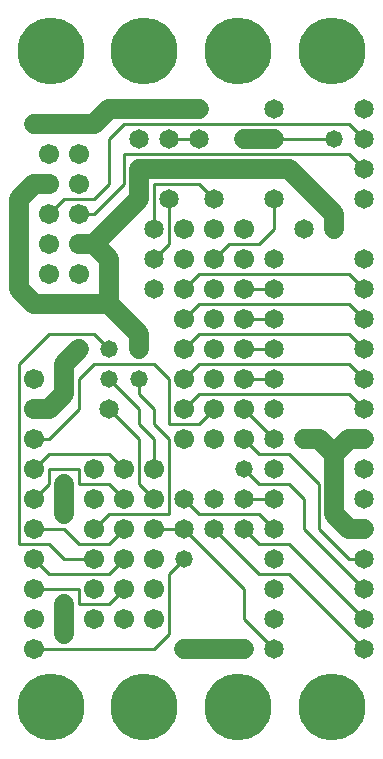
<source format=gbl>
%MOIN*%
%FSLAX25Y25*%
G04 D10 used for Character Trace; *
G04     Circle (OD=.01000) (No hole)*
G04 D11 used for Power Trace; *
G04     Circle (OD=.06500) (No hole)*
G04 D12 used for Signal Trace; *
G04     Circle (OD=.01100) (No hole)*
G04 D13 used for Via; *
G04     Circle (OD=.05800) (Round. Hole ID=.02800)*
G04 D14 used for Component hole; *
G04     Circle (OD=.06500) (Round. Hole ID=.03500)*
G04 D15 used for Component hole; *
G04     Circle (OD=.06700) (Round. Hole ID=.04300)*
G04 D16 used for Component hole; *
G04     Circle (OD=.08100) (Round. Hole ID=.05100)*
G04 D17 used for Component hole; *
G04     Circle (OD=.08900) (Round. Hole ID=.05900)*
G04 D18 used for Component hole; *
G04     Circle (OD=.11300) (Round. Hole ID=.08300)*
G04 D19 used for Component hole; *
G04     Circle (OD=.16000) (Round. Hole ID=.13000)*
G04 D20 used for Component hole; *
G04     Circle (OD=.18300) (Round. Hole ID=.15300)*
G04 D21 used for Component hole; *
G04     Circle (OD=.22291) (Round. Hole ID=.19291)*
%ADD10C,.01000*%
%ADD11C,.06500*%
%ADD12C,.01100*%
%ADD13C,.05800*%
%ADD14C,.06500*%
%ADD15C,.06700*%
%ADD16C,.08100*%
%ADD17C,.08900*%
%ADD18C,.11300*%
%ADD19C,.16000*%
%ADD20C,.18300*%
%ADD21C,.22291*%
%IPPOS*%
%LPD*%
G90*X0Y0D02*D21*X15625Y15625D03*D15*              
X10000Y35000D03*D12*X50000D01*X55000Y40000D01*    
Y60000D01*X60000Y65000D01*D13*D03*D14*            
X70000Y75000D03*D12*X85000Y60000D01*X95000D01*    
X120000Y35000D01*D14*D03*Y45000D03*D12*           
X95000Y70000D01*X85000D01*X80000Y75000D01*D14*D03*
D12*X90000D02*X85000Y80000D01*D14*X90000Y75000D03*
D12*X65000Y80000D02*X85000D01*X65000D02*          
X60000Y85000D01*D14*D03*D12*X35000Y80000D02*      
X55000D01*X30000Y75000D02*X35000Y80000D01*D15*    
X30000Y75000D03*D12*X25000Y70000D02*X35000D01*    
X25000D02*X20000Y75000D01*X10000D01*D15*D03*D12*  
X20000Y65000D02*X15000Y70000D01*X20000Y65000D02*  
X30000D01*D15*D03*D12*X15000Y60000D02*X35000D01*  
X15000D02*X10000Y65000D01*D15*D03*D12*            
X5000Y70000D02*X15000D01*X5000D02*Y130000D01*     
X15000Y140000D01*X30000D01*X35000Y135000D01*D13*  
D03*D12*X25000Y125000D02*X30000Y130000D01*        
X25000Y115000D02*Y125000D01*X15000Y105000D02*     
X25000Y115000D01*X10000Y105000D02*X15000D01*D15*  
X10000D03*D12*Y95000D02*X15000Y100000D01*D15*     
X10000Y95000D03*D12*Y85000D02*X15000Y90000D01*D15*
X10000Y85000D03*D12*X15000Y90000D02*Y95000D01*    
X25000D01*Y90000D01*X35000D01*X40000Y85000D01*D15*
D03*D12*X50000D02*X45000Y90000D01*D15*            
X50000Y85000D03*D12*X55000Y80000D02*Y105000D01*   
X50000Y110000D01*Y115000D01*X45000Y120000D01*     
Y125000D01*D13*D03*D12*X55000D02*X50000Y130000D01*
X55000Y110000D02*Y125000D01*Y110000D02*X65000D01* 
X70000Y115000D01*D15*D03*D12*X60000D02*           
X65000Y120000D01*D15*X60000Y115000D03*D12*        
X65000Y120000D02*X115000D01*X120000Y115000D01*D14*
D03*D11*X110000Y100000D02*X115000Y105000D01*      
X110000Y80000D02*Y100000D01*X115000Y75000D02*     
X110000Y80000D01*X115000Y75000D02*X120000D01*D14* 
D03*D12*X115000Y65000D02*X120000D01*D14*D03*D12*  
X115000D02*X105000Y75000D01*Y90000D01*            
X95000Y100000D01*X85000D01*X80000Y105000D01*D15*  
D03*D14*X90000Y95000D03*Y115000D03*Y105000D03*D12*
X80000Y115000D01*D15*D03*D14*X90000Y125000D03*D12*
X80000D01*D15*D03*D14*X90000Y135000D03*D12*       
X80000D01*D15*D03*D14*X90000Y145000D03*D12*       
X80000D01*D15*D03*D14*X90000Y155000D03*D12*       
X80000D01*D15*D03*D14*X90000Y165000D03*D15*       
X70000D03*D12*X75000Y170000D01*X85000D01*         
X90000Y175000D01*Y185000D01*D14*D03*              
X100000Y175000D03*X80000Y195000D03*D11*X70000D01* 
D14*D03*D11*X45000D01*Y185000D01*D14*D03*D11*     
X30000Y170000D01*X35000Y165000D01*Y150000D01*     
X45000Y140000D01*Y135000D01*D14*D03*D12*          
X30000Y130000D02*X50000D01*D13*X35000Y125000D03*  
D12*X45000Y115000D01*Y110000D01*X50000Y105000D01* 
Y95000D01*D15*D03*D12*X45000Y90000D02*Y105000D01* 
X35000Y115000D01*D14*D03*D11*X20000Y120000D02*    
Y130000D01*X15000Y115000D02*X20000Y120000D01*     
X10000Y115000D02*X15000D01*D15*X10000D03*         
Y125000D03*D11*X20000Y130000D02*X25000Y135000D01* 
D14*D03*D11*X10000Y150000D02*X35000D01*D15*       
X25000Y160000D03*D14*X50000Y165000D03*D12*        
X55000Y170000D01*Y185000D01*D14*D03*D12*          
X50000Y175000D02*Y190000D01*D14*Y175000D03*D15*   
X60000Y165000D03*Y175000D03*D12*Y155000D02*       
X65000Y160000D01*D15*X60000Y155000D03*D12*        
Y145000D02*X65000Y150000D01*D15*X60000Y145000D03* 
D12*Y135000D02*X65000Y140000D01*D15*              
X60000Y135000D03*D12*Y125000D02*X65000Y130000D01* 
D15*X60000Y125000D03*D12*X65000Y130000D02*        
X115000D01*X120000Y125000D01*D14*D03*Y135000D03*  
D12*X115000Y140000D01*X65000D01*D15*              
X70000Y135000D03*Y145000D03*D12*X65000Y150000D02* 
X115000D01*X120000Y145000D01*D14*D03*Y155000D03*  
D12*X115000Y160000D01*X65000D01*D15*              
X70000Y155000D03*X80000Y175000D03*X70000D03*      
X80000Y165000D03*D14*X50000Y155000D03*            
X70000Y185000D03*D12*X65000Y190000D01*X50000D01*  
X40000D02*Y200000D01*X30000Y180000D02*            
X40000Y190000D01*X25000Y180000D02*X30000D01*D15*  
X25000D03*D12*X20000Y185000D02*X30000D01*         
X15000Y180000D02*X20000Y185000D01*D15*            
X15000Y180000D03*X25000Y170000D03*D11*X30000D01*  
D12*Y185000D02*X35000Y190000D01*Y205000D01*       
X40000Y210000D01*X115000D01*X120000Y205000D01*D14*
D03*D12*Y195000D02*X115000Y200000D01*D14*         
X120000Y195000D03*D12*X40000Y200000D02*X115000D01*
D14*X45000Y205000D03*D13*X30000Y210000D03*D11*    
X10000D01*D13*D03*D15*X15000Y200000D03*X25000D03* 
D11*X30000Y210000D02*X35000Y215000D01*X50000D01*  
D14*D03*D11*X65000D01*D14*D03*X55000Y205000D03*   
D12*X65000D01*D14*D03*D11*X80000Y195000D02*       
X90000D01*D14*D03*D11*X95000D01*X110000Y180000D01*
Y175000D01*D14*D03*X120000Y165000D03*Y185000D03*  
X80000Y205000D03*D11*X90000D01*D14*D03*D12*       
X110000D01*D13*D03*D14*X120000Y215000D03*         
X90000D03*D21*X78125Y234375D03*X109375D03*        
X46875D03*D15*X70000Y125000D03*X25000Y190000D03*  
D21*X15625Y234375D03*D15*X15000Y190000D03*D11*    
X10000D01*X5000Y185000D01*Y155000D01*             
X10000Y150000D01*D15*X15000Y160000D03*Y170000D03* 
X60000Y105000D03*D12*X15000Y100000D02*X35000D01*  
X40000Y95000D01*D15*D03*X30000Y85000D03*Y95000D03*
D14*X60000Y75000D03*D12*X80000Y55000D01*Y45000D01*
X90000Y35000D01*D14*D03*Y45000D03*X80000Y35000D03*
D11*X70000D01*D14*D03*D11*X60000D01*D14*D03*D15*  
X50000Y45000D03*D21*X78125Y15625D03*D15*          
X40000Y55000D03*D12*X35000Y50000D01*X25000D01*    
Y55000D01*X10000D01*D15*D03*D13*X20000Y50000D03*  
D11*Y40000D01*D13*D03*D15*X10000Y45000D03*        
X30000D03*Y55000D03*D12*X35000Y60000D02*          
X40000Y65000D01*D15*D03*D12*X35000Y70000D02*      
X40000Y75000D01*D15*D03*X50000Y65000D03*Y75000D03*
D12*X60000D01*D14*X70000Y85000D03*D13*            
X80000Y95000D03*D12*X85000Y90000D01*X95000D01*    
X100000Y85000D01*Y75000D01*X120000Y55000D01*D14*  
D03*X90000Y85000D03*D12*X80000D01*D14*D03*D13*    
X100000Y105000D03*D11*X105000D01*                 
X110000Y100000D01*X115000Y105000D02*X120000D01*   
D14*D03*Y95000D03*Y85000D03*X90000Y65000D03*      
Y55000D03*D15*X70000Y105000D03*X50000Y55000D03*   
X40000Y45000D03*D21*X46875Y15625D03*X109375D03*   
D13*X20000Y90000D03*D11*Y80000D01*D13*D03*M02*    

</source>
